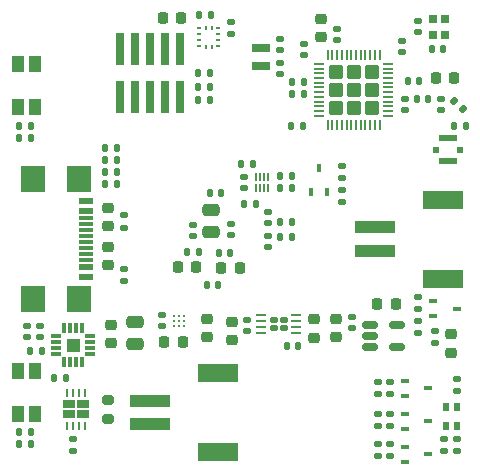
<source format=gtp>
G04 #@! TF.GenerationSoftware,KiCad,Pcbnew,(6.0.0)*
G04 #@! TF.CreationDate,2022-06-18T15:13:31-07:00*
G04 #@! TF.ProjectId,max86141_Rev_A,6d617838-3631-4343-915f-5265765f412e,A*
G04 #@! TF.SameCoordinates,Original*
G04 #@! TF.FileFunction,Paste,Top*
G04 #@! TF.FilePolarity,Positive*
%FSLAX46Y46*%
G04 Gerber Fmt 4.6, Leading zero omitted, Abs format (unit mm)*
G04 Created by KiCad (PCBNEW (6.0.0)) date 2022-06-18 15:13:31*
%MOMM*%
%LPD*%
G01*
G04 APERTURE LIST*
G04 Aperture macros list*
%AMRoundRect*
0 Rectangle with rounded corners*
0 $1 Rounding radius*
0 $2 $3 $4 $5 $6 $7 $8 $9 X,Y pos of 4 corners*
0 Add a 4 corners polygon primitive as box body*
4,1,4,$2,$3,$4,$5,$6,$7,$8,$9,$2,$3,0*
0 Add four circle primitives for the rounded corners*
1,1,$1+$1,$2,$3*
1,1,$1+$1,$4,$5*
1,1,$1+$1,$6,$7*
1,1,$1+$1,$8,$9*
0 Add four rect primitives between the rounded corners*
20,1,$1+$1,$2,$3,$4,$5,0*
20,1,$1+$1,$4,$5,$6,$7,0*
20,1,$1+$1,$6,$7,$8,$9,0*
20,1,$1+$1,$8,$9,$2,$3,0*%
G04 Aperture macros list end*
%ADD10C,0.010000*%
%ADD11RoundRect,0.135000X-0.185000X0.135000X-0.185000X-0.135000X0.185000X-0.135000X0.185000X0.135000X0*%
%ADD12RoundRect,0.135000X-0.135000X-0.185000X0.135000X-0.185000X0.135000X0.185000X-0.135000X0.185000X0*%
%ADD13RoundRect,0.225000X0.225000X0.250000X-0.225000X0.250000X-0.225000X-0.250000X0.225000X-0.250000X0*%
%ADD14RoundRect,0.140000X-0.140000X-0.170000X0.140000X-0.170000X0.140000X0.170000X-0.140000X0.170000X0*%
%ADD15R,0.700000X0.450000*%
%ADD16R,0.600000X0.600000*%
%ADD17R,1.580000X0.580000*%
%ADD18R,0.500000X0.500000*%
%ADD19RoundRect,0.140000X0.170000X-0.140000X0.170000X0.140000X-0.170000X0.140000X-0.170000X-0.140000X0*%
%ADD20RoundRect,0.135000X0.135000X0.185000X-0.135000X0.185000X-0.135000X-0.185000X0.135000X-0.185000X0*%
%ADD21R,0.550000X0.800000*%
%ADD22R,0.450000X0.700000*%
%ADD23RoundRect,0.007800X0.122200X-0.422200X0.122200X0.422200X-0.122200X0.422200X-0.122200X-0.422200X0*%
%ADD24RoundRect,0.007800X0.422200X-0.122200X0.422200X0.122200X-0.422200X0.122200X-0.422200X-0.122200X0*%
%ADD25RoundRect,0.225000X0.250000X-0.225000X0.250000X0.225000X-0.250000X0.225000X-0.250000X-0.225000X0*%
%ADD26RoundRect,0.140000X-0.170000X0.140000X-0.170000X-0.140000X0.170000X-0.140000X0.170000X0.140000X0*%
%ADD27RoundRect,0.225000X-0.225000X-0.250000X0.225000X-0.250000X0.225000X0.250000X-0.225000X0.250000X0*%
%ADD28RoundRect,0.135000X0.185000X-0.135000X0.185000X0.135000X-0.185000X0.135000X-0.185000X-0.135000X0*%
%ADD29R,0.740000X2.790000*%
%ADD30R,1.050000X1.400000*%
%ADD31RoundRect,0.250000X0.475000X-0.250000X0.475000X0.250000X-0.475000X0.250000X-0.475000X-0.250000X0*%
%ADD32R,3.500000X1.000000*%
%ADD33R,3.400001X1.500000*%
%ADD34RoundRect,0.140000X0.140000X0.170000X-0.140000X0.170000X-0.140000X-0.170000X0.140000X-0.170000X0*%
%ADD35RoundRect,0.225000X-0.250000X0.225000X-0.250000X-0.225000X0.250000X-0.225000X0.250000X0.225000X0*%
%ADD36R,0.700000X0.750000*%
%ADD37RoundRect,0.147500X-0.147500X-0.172500X0.147500X-0.172500X0.147500X0.172500X-0.147500X0.172500X0*%
%ADD38RoundRect,0.250000X-0.370000X-0.370000X0.370000X-0.370000X0.370000X0.370000X-0.370000X0.370000X0*%
%ADD39RoundRect,0.050000X-0.350000X-0.050000X0.350000X-0.050000X0.350000X0.050000X-0.350000X0.050000X0*%
%ADD40RoundRect,0.050000X-0.050000X-0.350000X0.050000X-0.350000X0.050000X0.350000X-0.050000X0.350000X0*%
%ADD41RoundRect,0.150000X-0.512500X-0.150000X0.512500X-0.150000X0.512500X0.150000X-0.512500X0.150000X0*%
%ADD42RoundRect,0.218750X0.256250X-0.218750X0.256250X0.218750X-0.256250X0.218750X-0.256250X-0.218750X0*%
%ADD43R,1.150000X0.600000*%
%ADD44R,1.150000X0.300000*%
%ADD45R,2.000000X2.180000*%
%ADD46RoundRect,0.140000X-0.205000X-0.140000X0.205000X-0.140000X0.205000X0.140000X-0.205000X0.140000X0*%
%ADD47RoundRect,0.062500X-0.337500X-0.062500X0.337500X-0.062500X0.337500X0.062500X-0.337500X0.062500X0*%
%ADD48R,1.500000X0.800000*%
%ADD49R,0.410000X0.280000*%
%ADD50R,0.280000X0.410000*%
%ADD51RoundRect,0.147500X0.147500X0.172500X-0.147500X0.172500X-0.147500X-0.172500X0.147500X-0.172500X0*%
%ADD52R,1.000000X0.640000*%
%ADD53R,0.250000X0.700000*%
%ADD54R,0.203200X0.660400*%
%ADD55RoundRect,0.218750X0.218750X0.256250X-0.218750X0.256250X-0.218750X-0.256250X0.218750X-0.256250X0*%
%ADD56C,0.215000*%
%ADD57RoundRect,0.200000X-0.275000X0.200000X-0.275000X-0.200000X0.275000X-0.200000X0.275000X0.200000X0*%
%ADD58RoundRect,0.135000X0.226274X0.035355X0.035355X0.226274X-0.226274X-0.035355X-0.035355X-0.226274X0*%
G04 APERTURE END LIST*
D10*
X135439000Y-119481000D02*
X135439000Y-118421000D01*
X135439000Y-118421000D02*
X136499000Y-118421000D01*
X136499000Y-118421000D02*
X136499000Y-119481000D01*
X136499000Y-119481000D02*
X135439000Y-119481000D01*
G36*
X136499000Y-119481000D02*
G01*
X135439000Y-119481000D01*
X135439000Y-118421000D01*
X136499000Y-118421000D01*
X136499000Y-119481000D01*
G37*
X136499000Y-119481000D02*
X135439000Y-119481000D01*
X135439000Y-118421000D01*
X136499000Y-118421000D01*
X136499000Y-119481000D01*
D11*
X165179000Y-114885000D03*
X165179000Y-115905000D03*
D12*
X146508000Y-95964000D03*
X147528000Y-95964000D03*
X154509000Y-97742000D03*
X155529000Y-97742000D03*
X138634000Y-104346000D03*
X139654000Y-104346000D03*
D13*
X146396000Y-112347000D03*
X144846000Y-112347000D03*
D14*
X166322000Y-93932000D03*
X167282000Y-93932000D03*
D11*
X140258800Y-112520000D03*
X140258800Y-113540000D03*
X162766000Y-124791000D03*
X162766000Y-125811000D03*
D15*
X166465000Y-115253000D03*
X166465000Y-116553000D03*
X168465000Y-115903000D03*
D16*
X168719000Y-102441000D03*
D17*
X167719000Y-103401000D03*
D18*
X166719000Y-102441000D03*
D17*
X167719000Y-101481000D03*
D19*
X146129000Y-109779000D03*
X146129000Y-108819000D03*
D20*
X154513000Y-108537000D03*
X153493000Y-108537000D03*
D21*
X167550000Y-125800000D03*
X168450000Y-125800000D03*
X168450000Y-124200000D03*
X167550000Y-124200000D03*
D22*
X156147000Y-105981000D03*
X157447000Y-105981000D03*
X156797000Y-103981000D03*
D12*
X132284000Y-119459000D03*
X133304000Y-119459000D03*
D13*
X145126000Y-91265000D03*
X143576000Y-91265000D03*
D23*
X135219000Y-120386000D03*
X135719000Y-120386000D03*
X136219000Y-120386000D03*
X136719000Y-120386000D03*
D24*
X137404000Y-119701000D03*
X137404000Y-119201000D03*
X137404000Y-118701000D03*
X137404000Y-118201000D03*
D23*
X136719000Y-117516000D03*
X136219000Y-117516000D03*
X135719000Y-117516000D03*
X135219000Y-117516000D03*
D24*
X134534000Y-118201000D03*
X134534000Y-118701000D03*
X134534000Y-119201000D03*
X134534000Y-119701000D03*
D19*
X163782000Y-94158000D03*
X163782000Y-93198000D03*
D25*
X156924000Y-92929000D03*
X156924000Y-91379000D03*
D20*
X154513000Y-109807000D03*
X153493000Y-109807000D03*
D19*
X153495000Y-96051000D03*
X153495000Y-95091000D03*
D26*
X149304000Y-108692000D03*
X149304000Y-109652000D03*
D19*
X143462000Y-117399000D03*
X143462000Y-116439000D03*
D11*
X162766000Y-122124000D03*
X162766000Y-123144000D03*
D12*
X138634000Y-102314000D03*
X139654000Y-102314000D03*
D27*
X148529000Y-112474000D03*
X150079000Y-112474000D03*
D28*
X161750000Y-128351000D03*
X161750000Y-127331000D03*
D15*
X164052000Y-124778000D03*
X164052000Y-126078000D03*
X166052000Y-125428000D03*
D26*
X159591000Y-116566000D03*
X159591000Y-117526000D03*
D29*
X144985994Y-93928994D03*
X144985994Y-97998994D03*
X143715994Y-93928994D03*
X143715994Y-97998994D03*
X142445994Y-93928994D03*
X142445994Y-97998994D03*
X141175994Y-93928994D03*
X141175994Y-97998994D03*
X139905994Y-93928994D03*
X139905994Y-97998994D03*
D14*
X146665000Y-91011000D03*
X147625000Y-91011000D03*
D30*
X132725000Y-121200000D03*
X131275000Y-121200000D03*
X131275000Y-124800000D03*
X132725000Y-124800000D03*
D12*
X146510000Y-98250000D03*
X147530000Y-98250000D03*
D31*
X147653000Y-109426000D03*
X147653000Y-107526000D03*
D26*
X165179000Y-91547000D03*
X165179000Y-92507000D03*
D32*
X161567000Y-111000000D03*
X161567000Y-109000000D03*
D33*
X167317001Y-106649999D03*
X167317001Y-113350001D03*
D11*
X158702000Y-105868000D03*
X158702000Y-106888000D03*
D13*
X163287000Y-115522000D03*
X161737000Y-115522000D03*
D34*
X146609000Y-111077000D03*
X145649000Y-111077000D03*
D28*
X158702000Y-104856000D03*
X158702000Y-103836000D03*
D26*
X153495000Y-93059000D03*
X153495000Y-94019000D03*
D12*
X154509000Y-96726000D03*
X155529000Y-96726000D03*
D20*
X132437600Y-127355600D03*
X131417600Y-127355600D03*
D28*
X135969000Y-127970000D03*
X135969000Y-126950000D03*
D26*
X164036000Y-98151000D03*
X164036000Y-99111000D03*
D35*
X138890000Y-107381000D03*
X138890000Y-108931000D03*
D25*
X139144000Y-118837000D03*
X139144000Y-117287000D03*
D36*
X166440500Y-91352000D03*
X166440500Y-92702000D03*
X167440500Y-92702000D03*
X167440500Y-91352000D03*
D20*
X151194000Y-103672900D03*
X150174000Y-103672900D03*
D19*
X152479000Y-108636000D03*
X152479000Y-107676000D03*
D37*
X147295000Y-113871000D03*
X148265000Y-113871000D03*
D38*
X161248000Y-95831000D03*
X159718000Y-97361000D03*
X161248000Y-97361000D03*
X158188000Y-98891000D03*
X159718000Y-95831000D03*
X159718000Y-98891000D03*
X158188000Y-97361000D03*
X158188000Y-95831000D03*
X161248000Y-98891000D03*
D39*
X156768000Y-95161000D03*
X156768000Y-95561000D03*
X156768000Y-95961000D03*
X156768000Y-96361000D03*
X156768000Y-96761000D03*
X156768000Y-97161000D03*
X156768000Y-97561000D03*
X156768000Y-97961000D03*
X156768000Y-98361000D03*
X156768000Y-98761000D03*
X156768000Y-99161000D03*
X156768000Y-99561000D03*
D40*
X157518000Y-100311000D03*
X157918000Y-100311000D03*
X158318000Y-100311000D03*
X158718000Y-100311000D03*
X159118000Y-100311000D03*
X159518000Y-100311000D03*
X159918000Y-100311000D03*
X160318000Y-100311000D03*
X160718000Y-100311000D03*
X161118000Y-100311000D03*
X161518000Y-100311000D03*
X161918000Y-100311000D03*
D39*
X162668000Y-99561000D03*
X162668000Y-99161000D03*
X162668000Y-98761000D03*
X162668000Y-98361000D03*
X162668000Y-97961000D03*
X162668000Y-97561000D03*
X162668000Y-97161000D03*
X162668000Y-96761000D03*
X162668000Y-96361000D03*
X162668000Y-95961000D03*
X162668000Y-95561000D03*
X162668000Y-95161000D03*
D40*
X161918000Y-94411000D03*
X161518000Y-94411000D03*
X161118000Y-94411000D03*
X160718000Y-94411000D03*
X160318000Y-94411000D03*
X159918000Y-94411000D03*
X159518000Y-94411000D03*
X159118000Y-94411000D03*
X158718000Y-94411000D03*
X158318000Y-94411000D03*
X157918000Y-94411000D03*
X157518000Y-94411000D03*
D41*
X161120500Y-117239000D03*
X161120500Y-118189000D03*
X161120500Y-119139000D03*
X163395500Y-119139000D03*
X163395500Y-117239000D03*
D11*
X168481000Y-126950000D03*
X168481000Y-127970000D03*
D26*
X150430000Y-104716900D03*
X150430000Y-105676900D03*
D34*
X151435000Y-107013000D03*
X150475000Y-107013000D03*
D26*
X152479000Y-109708000D03*
X152479000Y-110668000D03*
D42*
X168000000Y-119611500D03*
X168000000Y-118036500D03*
D14*
X131425000Y-100409000D03*
X132385000Y-100409000D03*
D12*
X134316000Y-121745000D03*
X135336000Y-121745000D03*
D11*
X167338000Y-126950000D03*
X167338000Y-127970000D03*
D43*
X137075000Y-106800000D03*
X137075000Y-107600000D03*
D44*
X137075000Y-108750000D03*
X137075000Y-109750000D03*
X137075000Y-110250000D03*
X137075000Y-111250000D03*
D43*
X137075000Y-113200000D03*
X137075000Y-112400000D03*
D44*
X137075000Y-111750000D03*
X137075000Y-110750000D03*
X137075000Y-109250000D03*
X137075000Y-108250000D03*
D45*
X132570000Y-115110000D03*
X136500000Y-115110000D03*
X136500000Y-104890000D03*
X132570000Y-104890000D03*
D25*
X147272000Y-118329000D03*
X147272000Y-116779000D03*
D34*
X148514000Y-106124000D03*
X147554000Y-106124000D03*
D12*
X146508000Y-97107000D03*
X147528000Y-97107000D03*
D46*
X152943000Y-117523000D03*
X153793000Y-116823000D03*
X152943000Y-116823000D03*
X153793000Y-117523000D03*
D47*
X151918000Y-116423000D03*
X151918000Y-116923000D03*
X151918000Y-117423000D03*
X151918000Y-117923000D03*
X154818000Y-117923000D03*
X154818000Y-117423000D03*
X154818000Y-116923000D03*
X154818000Y-116423000D03*
D11*
X162766000Y-127331000D03*
X162766000Y-128351000D03*
D34*
X165278000Y-96599000D03*
X164318000Y-96599000D03*
D15*
X164052000Y-121984000D03*
X164052000Y-123284000D03*
X166052000Y-122634000D03*
D34*
X155420000Y-100457000D03*
X154460000Y-100457000D03*
D14*
X131425000Y-126317000D03*
X132385000Y-126317000D03*
D31*
X141176000Y-118885000D03*
X141176000Y-116985000D03*
D32*
X142517000Y-125666000D03*
X142517000Y-123666000D03*
D33*
X148267001Y-128016001D03*
X148267001Y-121315999D03*
D26*
X158321000Y-92182000D03*
X158321000Y-93142000D03*
D11*
X165179000Y-116917000D03*
X165179000Y-117937000D03*
D48*
X151844000Y-95305000D03*
X151844000Y-93805000D03*
D11*
X161750000Y-122124000D03*
X161750000Y-123144000D03*
D12*
X138634000Y-103330000D03*
X139654000Y-103330000D03*
D25*
X138890000Y-112233000D03*
X138890000Y-110683000D03*
D26*
X133175000Y-117328000D03*
X133175000Y-118288000D03*
X155527000Y-93452000D03*
X155527000Y-94412000D03*
D20*
X154496000Y-105704900D03*
X153476000Y-105704900D03*
D26*
X132032000Y-117328000D03*
X132032000Y-118288000D03*
D28*
X168481000Y-122890000D03*
X168481000Y-121870000D03*
D15*
X164052000Y-127572000D03*
X164052000Y-128872000D03*
X166052000Y-128222000D03*
D49*
X148255000Y-93666000D03*
X148255000Y-93166000D03*
X148255000Y-92666000D03*
X148255000Y-92166000D03*
D50*
X147690000Y-92101000D03*
X147190000Y-92101000D03*
D49*
X146625000Y-92166000D03*
X146625000Y-92666000D03*
X146625000Y-93166000D03*
X146625000Y-93666000D03*
D50*
X147190000Y-93731000D03*
X147690000Y-93731000D03*
D11*
X140309600Y-107998800D03*
X140309600Y-109018800D03*
D51*
X166045000Y-98123000D03*
X165075000Y-98123000D03*
D35*
X158194000Y-116779000D03*
X158194000Y-118329000D03*
X156342000Y-116783000D03*
X156342000Y-118333000D03*
D20*
X132415000Y-101425000D03*
X131395000Y-101425000D03*
D34*
X169215000Y-100409000D03*
X168255000Y-100409000D03*
D52*
X136818000Y-124827000D03*
X135628000Y-124827000D03*
X135628000Y-123997000D03*
X136818000Y-123997000D03*
D53*
X136973000Y-123012000D03*
X136473000Y-123012000D03*
X135973000Y-123012000D03*
X135473000Y-123012000D03*
X135473000Y-125812000D03*
X135973000Y-125812000D03*
X136473000Y-125812000D03*
X136973000Y-125812000D03*
D35*
X149431000Y-117033000D03*
X149431000Y-118583000D03*
D54*
X151429001Y-105666794D03*
X151779000Y-105666794D03*
X152129002Y-105666794D03*
X152479001Y-105666794D03*
X152479001Y-104726994D03*
X152129002Y-104726994D03*
X151779000Y-104726994D03*
X151429001Y-104726994D03*
D11*
X161750000Y-124791000D03*
X161750000Y-125811000D03*
D30*
X132725000Y-95200000D03*
X131275000Y-95200000D03*
X131275000Y-98800000D03*
X132725000Y-98800000D03*
D55*
X145265500Y-118697000D03*
X143690500Y-118697000D03*
D28*
X166576000Y-118826000D03*
X166576000Y-117806000D03*
D56*
X145317693Y-117318994D03*
X144917693Y-117318994D03*
X144517693Y-117318994D03*
X145317693Y-116918994D03*
X144917693Y-116918994D03*
X144517693Y-116918994D03*
X145317693Y-116518994D03*
X144917693Y-116518994D03*
X144517693Y-116518994D03*
D14*
X148316000Y-111204000D03*
X149276000Y-111204000D03*
D57*
X138890000Y-123587000D03*
X138890000Y-125237000D03*
D58*
X168968624Y-98991624D03*
X168247376Y-98270376D03*
D12*
X138634000Y-105362000D03*
X139654000Y-105362000D03*
D26*
X150701000Y-116820000D03*
X150701000Y-117780000D03*
X167084000Y-98151000D03*
X167084000Y-99111000D03*
D28*
X149345000Y-92664000D03*
X149345000Y-91644000D03*
D20*
X154496000Y-104688900D03*
X153476000Y-104688900D03*
D13*
X168240000Y-96345000D03*
X166690000Y-96345000D03*
D34*
X155044000Y-119082000D03*
X154084000Y-119082000D03*
M02*

</source>
